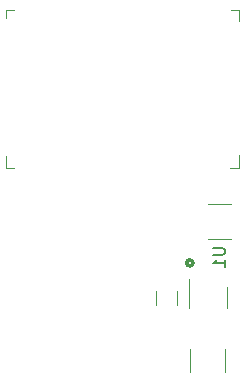
<source format=gbr>
G04 #@! TF.GenerationSoftware,KiCad,Pcbnew,(5.0.0)*
G04 #@! TF.CreationDate,2018-10-13T10:57:01-04:00*
G04 #@! TF.ProjectId,SecondPort_m3_usb,5365636F6E64506F72745F6D335F7573,1*
G04 #@! TF.SameCoordinates,Original*
G04 #@! TF.FileFunction,Legend,Bot*
G04 #@! TF.FilePolarity,Positive*
%FSLAX46Y46*%
G04 Gerber Fmt 4.6, Leading zero omitted, Abs format (unit mm)*
G04 Created by KiCad (PCBNEW (5.0.0)) date 10/13/18 10:57:01*
%MOMM*%
%LPD*%
G01*
G04 APERTURE LIST*
%ADD10C,0.300000*%
%ADD11C,0.100000*%
%ADD12C,0.120000*%
%ADD13C,0.150000*%
G04 APERTURE END LIST*
D10*
X112000000Y-130250000D02*
G75*
G03X112000000Y-130250000I-250000J0D01*
G01*
D11*
G04 #@! TO.C,J2*
X96225000Y-121200000D02*
X96225000Y-122175000D01*
X96225000Y-122175000D02*
X96900000Y-122175000D01*
X96875000Y-108825000D02*
X96225000Y-108825000D01*
X96225000Y-108825000D02*
X96225000Y-109525000D01*
X115925000Y-121150000D02*
X115925000Y-122175000D01*
X115925000Y-122175000D02*
X115125000Y-122175000D01*
X115925000Y-109775000D02*
X115925000Y-108825000D01*
X115925000Y-108825000D02*
X115200000Y-108825000D01*
D12*
G04 #@! TO.C,R1*
X108870000Y-132600000D02*
X108870000Y-133800000D01*
X110630000Y-133800000D02*
X110630000Y-132600000D01*
G04 #@! TO.C,U1*
X111640000Y-134050000D02*
X111640000Y-131600000D01*
X114860000Y-132250000D02*
X114860000Y-134050000D01*
G04 #@! TO.C,C2*
X115250000Y-128230000D02*
X113250000Y-128230000D01*
X113250000Y-125270000D02*
X115250000Y-125270000D01*
G04 #@! TO.C,C1*
X114730000Y-137500000D02*
X114730000Y-139500000D01*
X111770000Y-139500000D02*
X111770000Y-137500000D01*
G04 #@! TO.C,U1*
D13*
X113702380Y-128988095D02*
X114511904Y-128988095D01*
X114607142Y-129035714D01*
X114654761Y-129083333D01*
X114702380Y-129178571D01*
X114702380Y-129369047D01*
X114654761Y-129464285D01*
X114607142Y-129511904D01*
X114511904Y-129559523D01*
X113702380Y-129559523D01*
X114702380Y-130559523D02*
X114702380Y-129988095D01*
X114702380Y-130273809D02*
X113702380Y-130273809D01*
X113845238Y-130178571D01*
X113940476Y-130083333D01*
X113988095Y-129988095D01*
G04 #@! TD*
M02*

</source>
